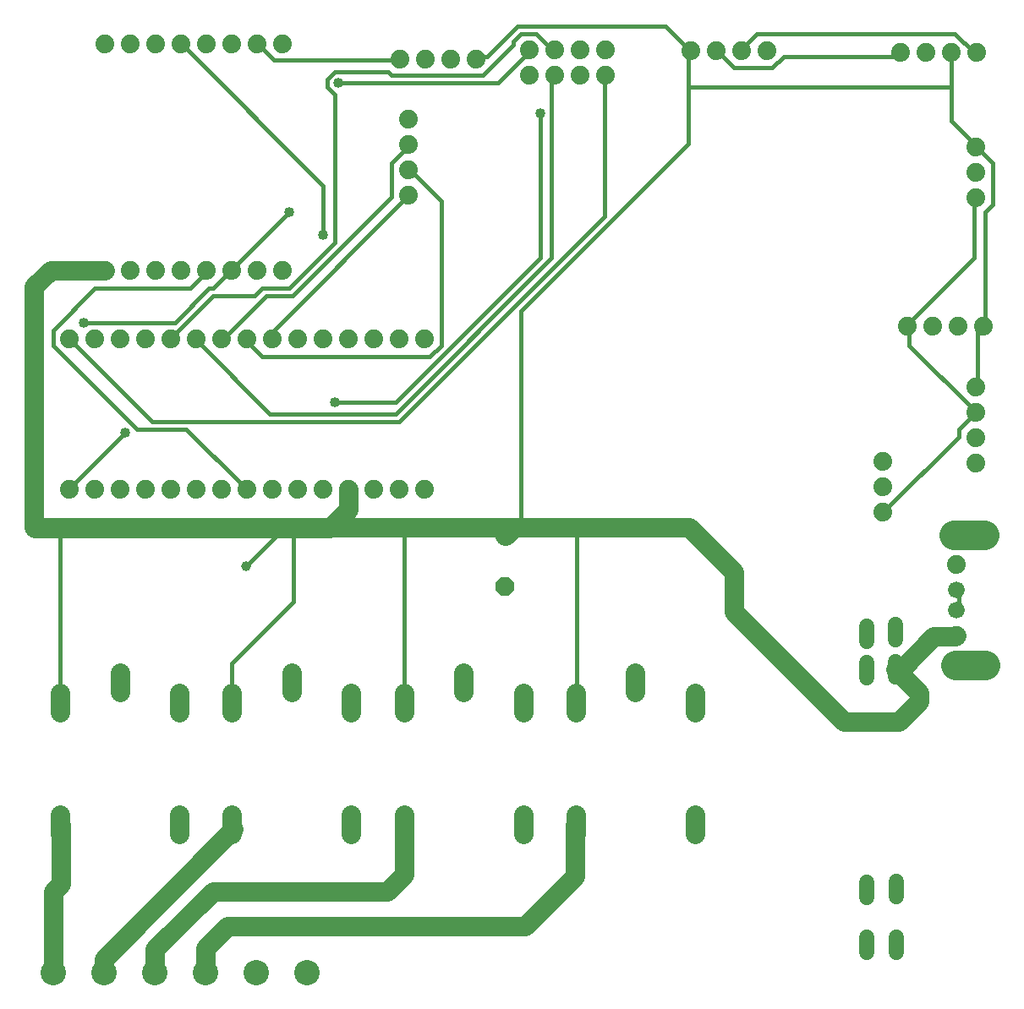
<source format=gtl>
G75*
%MOIN*%
%OFA0B0*%
%FSLAX25Y25*%
%IPPOS*%
%LPD*%
%AMOC8*
5,1,8,0,0,1.08239X$1,22.5*
%
%ADD10C,0.07500*%
%ADD11OC8,0.07500*%
%ADD12C,0.07400*%
%ADD13C,0.06600*%
%ADD14C,0.11811*%
%ADD15C,0.07800*%
%ADD16C,0.10000*%
%ADD17C,0.06000*%
%ADD18C,0.07600*%
%ADD19C,0.01600*%
%ADD20C,0.03962*%
%ADD21C,0.01500*%
%ADD22C,0.04000*%
D10*
X0193992Y0189163D03*
D11*
X0193992Y0169163D03*
D12*
X0162260Y0207510D03*
X0152260Y0207510D03*
X0142260Y0207510D03*
X0132260Y0207510D03*
X0122260Y0207510D03*
X0112260Y0207510D03*
X0102260Y0207510D03*
X0092260Y0207510D03*
X0082260Y0207510D03*
X0072260Y0207510D03*
X0062260Y0207510D03*
X0052260Y0207510D03*
X0042260Y0207510D03*
X0032260Y0207510D03*
X0022260Y0207510D03*
X0022260Y0266683D03*
X0032260Y0266683D03*
X0042260Y0266683D03*
X0052260Y0266683D03*
X0062260Y0266683D03*
X0072260Y0266683D03*
X0082260Y0266683D03*
X0092260Y0266683D03*
X0102260Y0266683D03*
X0112260Y0266683D03*
X0122260Y0266683D03*
X0132260Y0266683D03*
X0142260Y0266683D03*
X0152260Y0266683D03*
X0162260Y0266683D03*
X0106394Y0293848D03*
X0096394Y0293848D03*
X0086394Y0293848D03*
X0076394Y0293848D03*
X0066394Y0293848D03*
X0056394Y0293848D03*
X0046394Y0293848D03*
X0036394Y0293848D03*
X0036394Y0383219D03*
X0046394Y0383219D03*
X0056394Y0383219D03*
X0066394Y0383219D03*
X0076394Y0383219D03*
X0086394Y0383219D03*
X0096394Y0383219D03*
X0106394Y0383219D03*
X0152654Y0377234D03*
X0162654Y0377234D03*
X0172654Y0377234D03*
X0182654Y0377234D03*
X0203717Y0380620D03*
X0213717Y0380620D03*
X0223717Y0380620D03*
X0233717Y0380620D03*
X0233717Y0370620D03*
X0223717Y0370620D03*
X0213717Y0370620D03*
X0203717Y0370620D03*
X0156000Y0353337D03*
X0156000Y0343337D03*
X0156000Y0333337D03*
X0156000Y0323337D03*
X0267299Y0380463D03*
X0277299Y0380463D03*
X0287299Y0380463D03*
X0297299Y0380463D03*
X0349898Y0379596D03*
X0359898Y0379596D03*
X0369898Y0379596D03*
X0379898Y0379596D03*
X0379622Y0342549D03*
X0379622Y0332549D03*
X0379622Y0322549D03*
X0382654Y0271841D03*
X0372654Y0271841D03*
X0362654Y0271841D03*
X0352654Y0271841D03*
X0379858Y0247589D03*
X0379858Y0237589D03*
X0379858Y0227589D03*
X0379858Y0217589D03*
X0343008Y0218297D03*
X0343008Y0208297D03*
X0343008Y0198297D03*
X0372142Y0177746D03*
X0372142Y0149715D03*
D13*
X0372142Y0159715D03*
X0372142Y0167746D03*
D14*
X0371197Y0189478D02*
X0383008Y0189478D01*
X0383402Y0138022D02*
X0371591Y0138022D01*
D15*
X0268988Y0127130D02*
X0268988Y0119330D01*
X0245488Y0127330D02*
X0245488Y0135130D01*
X0221988Y0127130D02*
X0221988Y0119330D01*
X0201272Y0119330D02*
X0201272Y0127130D01*
X0177772Y0127330D02*
X0177772Y0135130D01*
X0154272Y0127130D02*
X0154272Y0119330D01*
X0133555Y0119330D02*
X0133555Y0127130D01*
X0110055Y0127330D02*
X0110055Y0135130D01*
X0086555Y0127130D02*
X0086555Y0119330D01*
X0065839Y0119330D02*
X0065839Y0127130D01*
X0042339Y0127330D02*
X0042339Y0135130D01*
X0018839Y0127130D02*
X0018839Y0119330D01*
X0018839Y0079130D02*
X0018839Y0071330D01*
X0065839Y0071330D02*
X0065839Y0079130D01*
X0086555Y0079130D02*
X0086555Y0071330D01*
X0133555Y0071330D02*
X0133555Y0079130D01*
X0154272Y0079130D02*
X0154272Y0071330D01*
X0201272Y0071330D02*
X0201272Y0079130D01*
X0221988Y0079130D02*
X0221988Y0071330D01*
X0268988Y0071330D02*
X0268988Y0079130D01*
D16*
X0016118Y0016880D03*
X0036118Y0016880D03*
X0056118Y0016880D03*
X0076118Y0016880D03*
X0096118Y0016880D03*
X0116118Y0016880D03*
D17*
X0336827Y0024785D02*
X0336827Y0030785D01*
X0348244Y0030864D02*
X0348244Y0024864D01*
X0348244Y0046596D02*
X0348244Y0052596D01*
X0336827Y0052518D02*
X0336827Y0046518D01*
X0336748Y0133211D02*
X0336748Y0139211D01*
X0336748Y0147463D02*
X0336748Y0153463D01*
X0348165Y0153935D02*
X0348165Y0147935D01*
X0348165Y0139289D02*
X0348165Y0133289D01*
D18*
X0348165Y0136289D02*
X0357299Y0127156D01*
X0357299Y0123652D01*
X0349425Y0115778D01*
X0327772Y0115778D01*
X0284465Y0159085D01*
X0284465Y0174833D01*
X0266748Y0192549D01*
X0222654Y0192549D01*
X0197850Y0192549D01*
X0194465Y0189163D01*
X0193992Y0189163D01*
X0197850Y0192549D02*
X0152575Y0192549D01*
X0008480Y0192549D01*
X0008874Y0192156D01*
X0016748Y0192156D01*
X0112811Y0192156D01*
X0125016Y0192156D01*
X0132260Y0199400D01*
X0132260Y0207510D01*
X0036433Y0293888D02*
X0036394Y0293848D01*
X0014898Y0293848D01*
X0008480Y0287431D01*
X0008480Y0192549D01*
X0018839Y0075230D02*
X0019110Y0074959D01*
X0019110Y0051604D01*
X0016118Y0048612D01*
X0016118Y0016880D01*
X0036118Y0016880D02*
X0036118Y0022156D01*
X0087220Y0073258D01*
X0078953Y0048848D02*
X0147850Y0048848D01*
X0154543Y0055541D01*
X0154543Y0074959D01*
X0154272Y0075230D01*
X0202181Y0035069D02*
X0221866Y0054754D01*
X0221866Y0075108D01*
X0221988Y0075230D01*
X0202181Y0035069D02*
X0084858Y0035069D01*
X0076118Y0026329D01*
X0076118Y0016880D01*
X0056118Y0016880D02*
X0056118Y0026014D01*
X0078953Y0048848D01*
X0348165Y0136289D02*
X0350291Y0136329D01*
X0363205Y0149242D01*
X0371669Y0149242D01*
X0372142Y0149715D01*
D19*
X0222260Y0123258D02*
X0222260Y0192156D01*
X0222654Y0192549D01*
X0154272Y0190852D02*
X0152575Y0192549D01*
X0154272Y0190852D02*
X0154272Y0123230D01*
X0110843Y0163022D02*
X0110843Y0190187D01*
X0112811Y0192156D01*
X0106906Y0192156D01*
X0091945Y0177195D01*
X0110843Y0163022D02*
X0086555Y0138734D01*
X0086555Y0123230D01*
X0018839Y0123230D02*
X0018839Y0190065D01*
X0016748Y0192156D01*
X0221988Y0123230D02*
X0222232Y0123230D01*
X0222260Y0123258D01*
D20*
X0091945Y0177195D03*
X0036433Y0293888D03*
D21*
X0032500Y0286604D02*
X0070000Y0286604D01*
X0076000Y0292604D01*
X0076394Y0293848D01*
X0077500Y0286604D02*
X0079000Y0286604D01*
X0085000Y0292604D01*
X0086394Y0293848D01*
X0086500Y0294104D01*
X0109000Y0316604D01*
X0122500Y0307604D02*
X0122500Y0327104D01*
X0067000Y0382604D01*
X0066394Y0383219D01*
X0096394Y0383219D02*
X0097000Y0382604D01*
X0103000Y0376604D01*
X0152500Y0376604D01*
X0152654Y0377234D01*
X0148000Y0372104D02*
X0149500Y0370604D01*
X0185500Y0370604D01*
X0197500Y0382604D01*
X0197500Y0384104D01*
X0200500Y0387104D01*
X0206500Y0387104D01*
X0212500Y0381104D01*
X0213717Y0380620D01*
X0213717Y0370620D02*
X0212500Y0370604D01*
X0212500Y0298604D01*
X0151000Y0237104D01*
X0101500Y0237104D01*
X0073000Y0265604D01*
X0072260Y0266683D01*
X0062500Y0267104D02*
X0062260Y0266683D01*
X0062500Y0267104D02*
X0079000Y0283604D01*
X0095500Y0283604D01*
X0098500Y0286604D01*
X0109000Y0286604D01*
X0127000Y0304604D01*
X0127000Y0363104D01*
X0124000Y0366104D01*
X0124000Y0369104D01*
X0127000Y0372104D01*
X0148000Y0372104D01*
X0128500Y0367604D02*
X0191500Y0367604D01*
X0203500Y0379604D01*
X0203717Y0380620D01*
X0199000Y0390104D02*
X0257500Y0390104D01*
X0266500Y0381104D01*
X0267299Y0380463D01*
X0266500Y0379604D01*
X0266500Y0366104D01*
X0370000Y0366104D01*
X0370000Y0378104D01*
X0369898Y0379596D01*
X0371500Y0387104D02*
X0379000Y0379604D01*
X0379898Y0379596D01*
X0371500Y0387104D02*
X0293500Y0387104D01*
X0287500Y0381104D01*
X0287299Y0380463D01*
X0284500Y0373604D02*
X0278500Y0379604D01*
X0277299Y0380463D01*
X0284500Y0373604D02*
X0299500Y0373604D01*
X0304000Y0378104D01*
X0349000Y0378104D01*
X0349898Y0379596D01*
X0370000Y0366104D02*
X0370000Y0352604D01*
X0379000Y0343604D01*
X0379622Y0342549D01*
X0380500Y0342104D01*
X0386500Y0336104D01*
X0386500Y0319604D01*
X0383500Y0316604D01*
X0383500Y0273104D01*
X0382654Y0271841D01*
X0382000Y0271604D01*
X0380500Y0270104D01*
X0380500Y0247604D01*
X0379858Y0247589D01*
X0379000Y0238604D02*
X0379858Y0237589D01*
X0379000Y0237104D01*
X0373000Y0231104D01*
X0373000Y0228104D01*
X0344500Y0199604D01*
X0343008Y0198297D01*
X0372142Y0167746D02*
X0373000Y0166604D01*
X0373000Y0160604D01*
X0372142Y0159715D01*
X0379000Y0238604D02*
X0353500Y0264104D01*
X0353500Y0271604D01*
X0352654Y0271841D01*
X0353500Y0273104D01*
X0379000Y0298604D01*
X0379000Y0321104D01*
X0379622Y0322549D01*
X0266500Y0343604D02*
X0266500Y0366104D01*
X0266500Y0343604D02*
X0200500Y0277604D01*
X0200500Y0195104D01*
X0197850Y0192549D01*
X0152500Y0234104D02*
X0233500Y0315104D01*
X0233500Y0370604D01*
X0233717Y0370620D01*
X0208000Y0355604D02*
X0208000Y0298604D01*
X0151000Y0241604D01*
X0127000Y0241604D01*
X0152500Y0234104D02*
X0055000Y0234104D01*
X0023500Y0265604D01*
X0022260Y0266683D01*
X0016000Y0264104D02*
X0016000Y0270104D01*
X0032500Y0286604D01*
X0028000Y0273104D02*
X0064000Y0273104D01*
X0077500Y0286604D01*
X0083500Y0267104D02*
X0082260Y0266683D01*
X0083500Y0267104D02*
X0100000Y0283604D01*
X0110500Y0283604D01*
X0149500Y0322604D01*
X0149500Y0336104D01*
X0155500Y0342104D01*
X0156000Y0343337D01*
X0156000Y0333337D02*
X0157000Y0333104D01*
X0169000Y0321104D01*
X0169000Y0264104D01*
X0164500Y0259604D01*
X0098500Y0259604D01*
X0092500Y0265604D01*
X0092260Y0266683D01*
X0102260Y0266683D02*
X0103000Y0267104D01*
X0103000Y0270104D01*
X0155500Y0322604D01*
X0156000Y0323337D01*
X0182654Y0377234D02*
X0184000Y0378104D01*
X0187000Y0378104D01*
X0199000Y0390104D01*
X0068500Y0231104D02*
X0049000Y0231104D01*
X0016000Y0264104D01*
X0044500Y0229604D02*
X0023500Y0208604D01*
X0022260Y0207510D01*
X0068500Y0231104D02*
X0091000Y0208604D01*
X0092260Y0207510D01*
X0086555Y0075230D02*
X0086500Y0075104D01*
X0087220Y0073258D01*
D22*
X0044500Y0229604D03*
X0028000Y0273104D03*
X0109000Y0316604D03*
X0122500Y0307604D03*
X0128500Y0367604D03*
X0208000Y0355604D03*
X0127000Y0241604D03*
M02*

</source>
